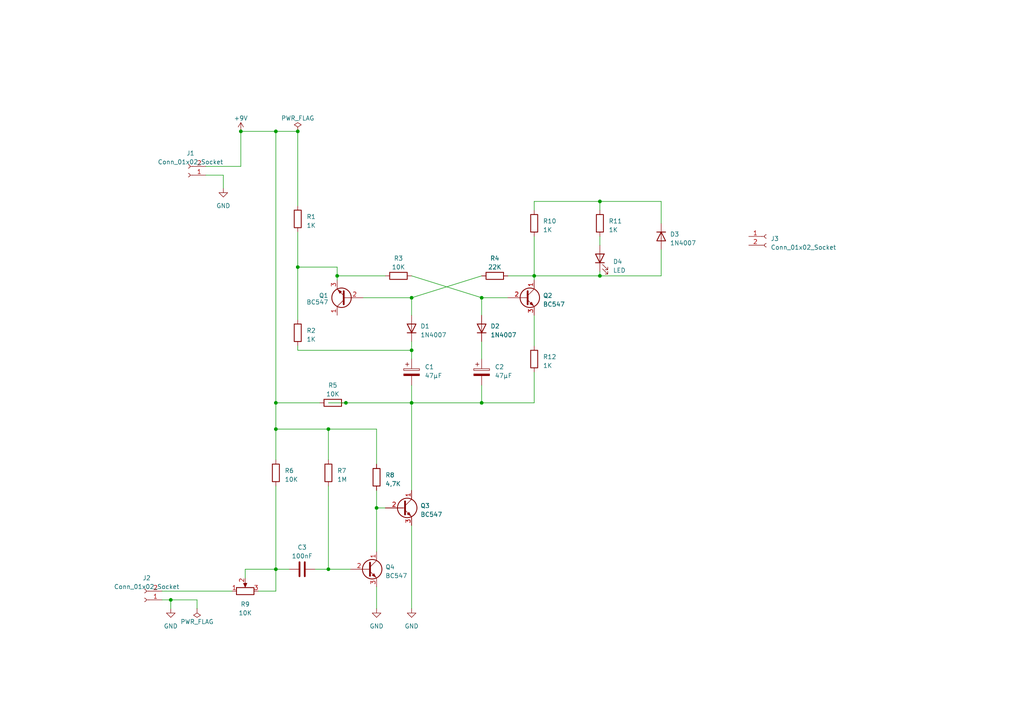
<source format=kicad_sch>
(kicad_sch (version 20230121) (generator eeschema)
  (paper "A4")
  (title_block (title "Klatschschalter") (date "2023-09-26"))
  (lib_symbols
    (symbol "Connector:Conn_01x02_Socket" (pin_names (offset 1.016) hide)
      (property "Reference" "J" (at 0 2.54 0))
      (property "Value" "Conn_01x02_Socket" (at 0 -5.08 0))
      (symbol "Conn_01x02_Socket_1_1"
        (arc (start 0 -2.032) (mid -0.5058 -2.54) (end 0 -3.048) (stroke (width 0.1524)))
        (polyline (pts (xy -1.27 -2.54) (xy -0.508 -2.54)) (stroke (width 0.1524)))
        (polyline (pts (xy -1.27 0) (xy -0.508 0)) (stroke (width 0.1524)))
        (arc (start 0 0.508) (mid -0.5058 0) (end 0 -0.508) (stroke (width 0.1524)))
        (pin passive line (at -5.08 0 0) (length 3.81) (name "Pin_1") (number "1"))
        (pin passive line (at -5.08 -2.54 0) (length 3.81) (name "Pin_2") (number "2"))
      )
    )
    (symbol "Device:C" (pin_numbers hide) (pin_names (offset 0.254))
      (property "Reference" "C" (at 0.635 2.54 0))
      (property "Value" "C" (at 0.635 -2.54 0))
      (symbol "C_0_1"
        (polyline (pts (xy -2.032 -0.762) (xy 2.032 -0.762)) (stroke (width 0.508)))
        (polyline (pts (xy -2.032 0.762) (xy 2.032 0.762)) (stroke (width 0.508)))
      )
      (symbol "C_1_1"
        (pin passive line (at 0 3.81 270) (length 2.794) (name "~") (number "1"))
        (pin passive line (at 0 -3.81 90) (length 2.794) (name "~") (number "2"))
      )
    )
    (symbol "Device:C_Polarized" (pin_numbers hide) (pin_names (offset 0.254))
      (property "Reference" "C" (at 0.635 2.54 0))
      (property "Value" "C_Polarized" (at 0.635 -2.54 0))
      (symbol "C_Polarized_0_1"
        (rectangle (start -2.286 0.508) (end 2.286 1.016))
        (polyline (pts (xy -1.778 2.286) (xy -0.762 2.286)))
        (polyline (pts (xy -1.27 2.794) (xy -1.27 1.778)))
        (rectangle (start 2.286 -0.508) (end -2.286 -1.016) (fill (type outline)))
      )
      (symbol "C_Polarized_1_1"
        (pin passive line (at 0 3.81 270) (length 2.794) (name "~") (number "1"))
        (pin passive line (at 0 -3.81 90) (length 2.794) (name "~") (number "2"))
      )
    )
    (symbol "Device:LED" (pin_numbers hide) (pin_names (offset 1.016) hide)
      (property "Reference" "D" (at 0 2.54 0))
      (property "Value" "LED" (at 0 -2.54 0))
      (symbol "LED_0_1"
        (polyline (pts (xy -1.27 -1.27) (xy -1.27 1.27)) (stroke (width 0.254)))
        (polyline (pts (xy -1.27 0) (xy 1.27 0)))
        (polyline (pts (xy 1.27 -1.27) (xy 1.27 1.27) (xy -1.27 0) (xy 1.27 -1.27)) (stroke (width 0.254)))
        (polyline (pts (xy -3.048 -0.762) (xy -4.572 -2.286) (xy -3.81 -2.286) (xy -4.572 -2.286) (xy -4.572 -1.524)))
        (polyline (pts (xy -1.778 -0.762) (xy -3.302 -2.286) (xy -2.54 -2.286) (xy -3.302 -2.286) (xy -3.302 -1.524)))
      )
      (symbol "LED_1_1"
        (pin passive line (at -3.81 0 0) (length 2.54) (name "K") (number "1"))
        (pin passive line (at 3.81 0 180) (length 2.54) (name "A") (number "2"))
      )
    )
    (symbol "Device:R" (pin_numbers hide) (pin_names (offset 0))
      (property "Reference" "R" (at 2.032 0 90))
      (property "Value" "R" (at 0 0 90))
      (symbol "R_0_1"
        (rectangle (start -1.016 -2.54) (end 1.016 2.54) (stroke (width 0.254)))
      )
      (symbol "R_1_1"
        (pin passive line (at 0 3.81 270) (length 1.27) (name "~") (number "1"))
        (pin passive line (at 0 -3.81 90) (length 1.27) (name "~") (number "2"))
      )
    )
    (symbol "Device:R_Potentiometer" (pin_names (offset 1.016) hide)
      (property "Reference" "RV" (at -4.445 0 90))
      (property "Value" "R_Potentiometer" (at -2.54 0 90))
      (symbol "R_Potentiometer_0_1"
        (polyline (pts (xy 2.54 0) (xy 1.524 0)))
        (polyline (pts (xy 1.143 0) (xy 2.286 0.508) (xy 2.286 -0.508) (xy 1.143 0)) (fill (type outline)))
        (rectangle (start 1.016 2.54) (end -1.016 -2.54) (stroke (width 0.254)))
      )
      (symbol "R_Potentiometer_1_1"
        (pin passive line (at 0 3.81 270) (length 1.27) (name "1") (number "1"))
        (pin passive line (at 3.81 0 180) (length 1.27) (name "2") (number "2"))
        (pin passive line (at 0 -3.81 90) (length 1.27) (name "3") (number "3"))
      )
    )
    (symbol "Diode:1N4007" (pin_numbers hide) (pin_names hide)
      (property "Reference" "D" (at 0 2.54 0))
      (property "Value" "1N4007" (at 0 -2.54 0))
      (symbol "1N4007_0_1"
        (polyline (pts (xy -1.27 1.27) (xy -1.27 -1.27)) (stroke (width 0.254)))
        (polyline (pts (xy 1.27 0) (xy -1.27 0)))
        (polyline (pts (xy 1.27 1.27) (xy 1.27 -1.27) (xy -1.27 0) (xy 1.27 1.27)) (stroke (width 0.254)))
      )
      (symbol "1N4007_1_1"
        (pin passive line (at -3.81 0 0) (length 2.54) (name "K") (number "1"))
        (pin passive line (at 3.81 0 180) (length 2.54) (name "A") (number "2"))
      )
    )
    (symbol "Transistor_BJT:BC547" (pin_names (offset 0) hide)
      (property "Reference" "Q" (at 5.08 1.905 0))
      (property "Value" "BC547" (at 5.08 0 0))
      (symbol "BC547_0_1"
        (polyline (pts (xy 0 0) (xy 0.635 0)))
        (polyline (pts (xy 0.635 0.635) (xy 2.54 2.54)))
        (polyline (pts (xy 0.635 -0.635) (xy 2.54 -2.54) (xy 2.54 -2.54)))
        (polyline (pts (xy 0.635 1.905) (xy 0.635 -1.905) (xy 0.635 -1.905)) (stroke (width 0.508)))
        (polyline (pts (xy 1.27 -1.778) (xy 1.778 -1.27) (xy 2.286 -2.286) (xy 1.27 -1.778) (xy 1.27 -1.778)) (fill (type outline)))
        (circle (center 1.27 0) (radius 2.8194) (stroke (width 0.254)))
      )
      (symbol "BC547_1_1"
        (pin passive line (at 2.54 5.08 270) (length 2.54) (name "C") (number "1"))
        (pin input line (at -5.08 0 0) (length 5.08) (name "B") (number "2"))
        (pin passive line (at 2.54 -5.08 90) (length 2.54) (name "E") (number "3"))
      )
    )
    (symbol "power:+9V" (power) (pin_names (offset 0))
      (property "Value" "+9V" (at 0 3.556 0))
      (symbol "+9V_0_1"
        (polyline (pts (xy -0.762 1.27) (xy 0 2.54)))
        (polyline (pts (xy 0 0) (xy 0 2.54)))
        (polyline (pts (xy 0 2.54) (xy 0.762 1.27)))
      )
      (symbol "+9V_1_1"
        (pin power_in line (at 0 0 90) (length 0) hide (name "+9V") (number "1"))
      )
    )
    (symbol "power:GND" (power) (pin_names (offset 0))
      (property "Value" "GND" (at 0 -3.81 0))
      (symbol "GND_0_1"
        (polyline (pts (xy 0 0) (xy 0 -1.27) (xy 1.27 -1.27) (xy 0 -2.54) (xy -1.27 -1.27) (xy 0 -1.27)))
      )
      (symbol "GND_1_1"
        (pin power_in line (at 0 0 270) (length 0) hide (name "GND") (number "1"))
      )
    )
    (symbol "power:PWR_FLAG" (power) (pin_numbers hide) (pin_names (offset 0) hide)
      (property "Value" "PWR_FLAG" (at 0 3.81 0))
      (symbol "PWR_FLAG_0_0"
        (pin power_out line (at 0 0 90) (length 0) (name "pwr") (number "1"))
      )
      (symbol "PWR_FLAG_0_1"
        (polyline (pts (xy 0 0) (xy 0 1.27) (xy -1.016 1.905) (xy 0 2.54) (xy 1.016 1.905) (xy 0 1.27)))
      )
    )
  )
  (junction (at 154.94 80.01))
  (junction (at 97.79 80.01))
  (junction (at 49.53 173.99))
  (junction (at 80.01 38.1))
  (junction (at 86.36 77.47))
  (junction (at 109.22 147.32))
  (junction (at 139.7 86.36))
  (junction (at 69.85 38.1))
  (junction (at 86.36 38.1))
  (junction (at 80.01 124.46))
  (junction (at 173.99 58.42))
  (junction (at 119.38 116.84))
  (junction (at 80.01 165.1))
  (junction (at 139.7 116.84))
  (junction (at 95.25 165.1))
  (junction (at 173.99 80.01))
  (junction (at 119.38 101.6))
  (junction (at 80.01 116.84))
  (junction (at 100.33 116.84))
  (junction (at 119.38 86.36))
  (junction (at 95.25 124.46))
  (wire (pts (xy 119.38 111.76) (xy 119.38 116.84)))
  (wire (pts (xy 119.38 99.06) (xy 119.38 101.6)))
  (wire (pts (xy 119.38 101.6) (xy 119.38 104.14)))
  (wire (pts (xy 80.01 116.84) (xy 92.71 116.84)))
  (wire (pts (xy 109.22 147.32) (xy 111.76 147.32)))
  (wire (pts (xy 109.22 147.32) (xy 109.22 160.02)))
  (wire (pts (xy 80.01 38.1) (xy 86.36 38.1)))
  (wire (pts (xy 46.99 171.45) (xy 67.31 171.45)))
  (wire (pts (xy 109.22 134.62) (xy 109.22 124.46)))
  (wire (pts (xy 86.36 77.47) (xy 97.79 77.47)))
  (wire (pts (xy 86.36 38.1) (xy 86.36 59.69)))
  (wire (pts (xy 173.99 58.42) (xy 173.99 60.96)))
  (wire (pts (xy 97.79 80.01) (xy 97.79 81.28)))
  (wire (pts (xy 119.38 152.4) (xy 119.38 176.53)))
  (wire (pts (xy 109.22 142.24) (xy 109.22 147.32)))
  (wire (pts (xy 80.01 140.97) (xy 80.01 165.1)))
  (wire (pts (xy 109.22 170.18) (xy 109.22 176.53)))
  (wire (pts (xy 80.01 165.1) (xy 80.01 171.45)))
  (wire (pts (xy 119.38 116.84) (xy 119.38 142.24)))
  (wire (pts (xy 57.15 173.99) (xy 49.53 173.99)))
  (wire (pts (xy 139.7 116.84) (xy 154.94 116.84)))
  (wire (pts (xy 154.94 68.58) (xy 154.94 80.01)))
  (wire (pts (xy 95.25 133.35) (xy 95.25 124.46)))
  (wire (pts (xy 97.79 80.01) (xy 97.79 77.47)))
  (wire (pts (xy 119.38 86.36) (xy 119.38 91.44)))
  (wire (pts (xy 49.53 176.53) (xy 49.53 173.99)))
  (wire (pts (xy 49.53 173.99) (xy 46.99 173.99)))
  (wire (pts (xy 139.7 116.84) (xy 139.7 111.76)))
  (wire (pts (xy 71.12 167.64) (xy 71.12 165.1)))
  (wire (pts (xy 97.79 80.01) (xy 111.76 80.01)))
  (wire (pts (xy 139.7 91.44) (xy 139.7 86.36)))
  (wire (pts (xy 86.36 77.47) (xy 86.36 92.71)))
  (wire (pts (xy 80.01 165.1) (xy 83.82 165.1)))
  (wire (pts (xy 173.99 68.58) (xy 173.99 71.12)))
  (wire (pts (xy 154.94 80.01) (xy 154.94 81.28)))
  (wire (pts (xy 154.94 80.01) (xy 173.99 80.01)))
  (wire (pts (xy 119.38 116.84) (xy 139.7 116.84)))
  (wire (pts (xy 80.01 116.84) (xy 80.01 124.46)))
  (wire (pts (xy 59.69 48.26) (xy 69.85 48.26)))
  (wire (pts (xy 57.15 176.53) (xy 57.15 173.99)))
  (wire (pts (xy 80.01 171.45) (xy 74.93 171.45)))
  (wire (pts (xy 173.99 80.01) (xy 191.77 80.01)))
  (wire (pts (xy 80.01 38.1) (xy 80.01 116.84)))
  (wire (pts (xy 95.25 124.46) (xy 109.22 124.46)))
  (wire (pts (xy 173.99 78.74) (xy 173.99 80.01)))
  (wire (pts (xy 69.85 48.26) (xy 69.85 38.1)))
  (wire (pts (xy 173.99 58.42) (xy 191.77 58.42)))
  (wire (pts (xy 69.85 38.1) (xy 80.01 38.1)))
  (wire (pts (xy 147.32 80.01) (xy 154.94 80.01)))
  (wire (pts (xy 86.36 101.6) (xy 119.38 101.6)))
  (wire (pts (xy 105.41 86.36) (xy 119.38 86.36)))
  (wire (pts (xy 119.38 80.01) (xy 139.7 86.36)))
  (wire (pts (xy 80.01 124.46) (xy 80.01 133.35)))
  (wire (pts (xy 191.77 64.77) (xy 191.77 58.42)))
  (wire (pts (xy 154.94 58.42) (xy 173.99 58.42)))
  (wire (pts (xy 86.36 100.33) (xy 86.36 101.6)))
  (wire (pts (xy 119.38 86.36) (xy 139.7 80.01)))
  (wire (pts (xy 91.44 165.1) (xy 95.25 165.1)))
  (wire (pts (xy 71.12 165.1) (xy 80.01 165.1)))
  (wire (pts (xy 80.01 124.46) (xy 95.25 124.46)))
  (wire (pts (xy 154.94 116.84) (xy 154.94 107.95)))
  (wire (pts (xy 86.36 67.31) (xy 86.36 77.47)))
  (wire (pts (xy 100.33 116.84) (xy 119.38 116.84)))
  (wire (pts (xy 154.94 60.96) (xy 154.94 58.42)))
  (wire (pts (xy 191.77 80.01) (xy 191.77 72.39)))
  (wire (pts (xy 154.94 91.44) (xy 154.94 100.33)))
  (wire (pts (xy 95.25 140.97) (xy 95.25 165.1)))
  (wire (pts (xy 95.25 165.1) (xy 101.6 165.1)))
  (wire (pts (xy 139.7 99.06) (xy 139.7 104.14)))
  (wire (pts (xy 64.77 54.61) (xy 64.77 50.8)))
  (wire (pts (xy 64.77 50.8) (xy 59.69 50.8)))
  (wire (pts (xy 139.7 86.36) (xy 147.32 86.36)))
  (wire (pts (xy 95.25 116.84) (xy 100.33 116.84)))
  (symbol (lib_id "Device:R") (at 95.25 137.16 0) (unit 1)
    (property "Reference" "R7" (at 97.79 136.525 0) (effects (justify left)))
    (property "Value" "1M" (at 97.79 139.065 0) (effects (justify left)))
    (property "Footprint" "Resistor_THT:R_Axial_DIN0207_L6.3mm_D2.5mm_P10.16mm_Horizontal" (effects hide))
  )
  (symbol (lib_id "Transistor_BJT:BC547") (at 100.33 86.36 180) (unit 1)
    (property "Reference" "Q1" (at 95.25 85.725 0) (effects (justify left)))
    (property "Value" "BC547" (at 95.25 87.63 0) (effects (justify left)))
    (property "Footprint" "Package_TO_SOT_THT:TO-92_Inline" (effects hide))
    (property "Datasheet" "https://www.onsemi.com/pub/Collateral/BC550-D.pdf" (effects hide))
  )
  (symbol (lib_id "Connector:Conn_01x02_Socket") (at 54.61 50.8 180) (unit 1)
    (property "Reference" "J1" (at 55.245 44.45 0))
    (property "Value" "Conn_01x02_Socket" (at 55.245 46.99 0))
    (property "Footprint" "Connector_JST:JST_NV_B02P-NV_1x02_P5.00mm_Vertical" (effects hide))
  )
  (symbol (lib_id "Device:R_Potentiometer") (at 71.12 171.45 90) (unit 1)
    (property "Reference" "R9" (at 71.12 175.26 90))
    (property "Value" "10K" (at 71.12 177.8 90))
    (property "Footprint" "Potentiometer_THT:Potentiometer_Piher_PT-10-V10_Vertical" (effects hide))
  )
  (symbol (lib_id "Device:R") (at 86.36 96.52 0) (unit 1)
    (property "Reference" "R2" (at 88.9 95.885 0) (effects (justify left)))
    (property "Value" "1K" (at 88.9 98.425 0) (effects (justify left)))
    (property "Footprint" "Resistor_THT:R_Axial_DIN0207_L6.3mm_D2.5mm_P10.16mm_Horizontal" (effects hide))
  )
  (symbol (lib_id "Transistor_BJT:BC547") (at 116.84 147.32 0) (unit 1)
    (property "Reference" "Q3" (at 121.92 146.685 0) (effects (justify left)))
    (property "Value" "BC547" (at 121.92 149.225 0) (effects (justify left)))
    (property "Footprint" "Package_TO_SOT_THT:TO-92_Inline" (effects hide))
    (property "Datasheet" "https://www.onsemi.com/pub/Collateral/BC550-D.pdf" (effects hide))
  )
  (symbol (lib_id "Connector:Conn_01x02_Socket") (at 222.25 68.58 0) (unit 1)
    (property "Reference" "J3" (at 223.52 69.215 0) (effects (justify left)))
    (property "Value" "Conn_01x02_Socket" (at 223.52 71.755 0) (effects (justify left)))
    (property "Footprint" "Connector_JST:JST_NV_B02P-NV_1x02_P5.00mm_Vertical" (effects hide))
  )
  (symbol (lib_id "power:GND") (at 64.77 54.61 0) (unit 1)
    (property "Reference" "#PWR04" (effects hide))
    (property "Value" "GND" (at 64.77 59.69 0))
  )
  (symbol (lib_id "Device:R") (at 109.22 138.43 0) (unit 1)
    (property "Reference" "R8" (at 111.76 137.795 0) (effects (justify left)))
    (property "Value" "4,7K" (at 111.76 140.335 0) (effects (justify left)))
    (property "Footprint" "Resistor_THT:R_Axial_DIN0207_L6.3mm_D2.5mm_P10.16mm_Horizontal" (effects hide))
  )
  (symbol (lib_id "Device:C_Polarized") (at 119.38 107.95 0) (unit 1)
    (property "Reference" "C1" (at 123.19 106.426 0) (effects (justify left)))
    (property "Value" "47µF" (at 123.19 108.966 0) (effects (justify left)))
    (property "Footprint" "Capacitor_THT:CP_Radial_Tantal_D4.5mm_P2.50mm" (effects hide))
  )
  (symbol (lib_id "Transistor_BJT:BC547") (at 106.68 165.1 0) (unit 1)
    (property "Reference" "Q4" (at 111.76 164.465 0) (effects (justify left)))
    (property "Value" "BC547" (at 111.76 167.005 0) (effects (justify left)))
    (property "Footprint" "Package_TO_SOT_THT:TO-92_Inline" (effects hide))
    (property "Datasheet" "https://www.onsemi.com/pub/Collateral/BC550-D.pdf" (effects hide))
  )
  (symbol (lib_id "Device:LED") (at 173.99 74.93 90) (unit 1)
    (property "Reference" "D4" (at 177.8 75.8825 90) (effects (justify right)))
    (property "Value" "LED" (at 177.8 78.4225 90) (effects (justify right)))
    (property "Footprint" "LED_THT:LED_D3.0mm" (effects hide))
  )
  (symbol (lib_id "power:+9V") (at 69.85 38.1 0) (unit 1)
    (property "Reference" "#PWR05" (effects hide))
    (property "Value" "+9V" (at 69.85 34.29 0))
  )
  (symbol (lib_id "Device:R") (at 143.51 80.01 90) (unit 1)
    (property "Reference" "R4" (at 143.51 74.93 90))
    (property "Value" "22K" (at 143.51 77.47 90))
    (property "Footprint" "Resistor_THT:R_Axial_DIN0207_L6.3mm_D2.5mm_P10.16mm_Horizontal" (effects hide))
  )
  (symbol (lib_id "Diode:1N4007") (at 139.7 95.25 90) (unit 1)
    (property "Reference" "D2" (at 142.24 94.615 90) (effects (justify right)))
    (property "Value" "1N4007" (at 142.24 97.155 90) (effects (justify right)))
    (property "Footprint" "Diode_THT:D_DO-41_SOD81_P10.16mm_Horizontal" (effects hide))
    (property "Datasheet" "http://www.vishay.com/docs/88503/1n4001.pdf" (effects hide))
    (property "Sim.Device" "D" (effects hide))
    (property "Sim.Pins" "1=K 2=A" (effects hide))
  )
  (symbol (lib_id "Diode:1N4007") (at 191.77 68.58 270) (unit 1)
    (property "Reference" "D3" (at 194.31 67.945 90) (effects (justify left)))
    (property "Value" "1N4007" (at 194.31 70.485 90) (effects (justify left)))
    (property "Footprint" "Diode_THT:D_DO-41_SOD81_P10.16mm_Horizontal" (effects hide))
    (property "Datasheet" "http://www.vishay.com/docs/88503/1n4001.pdf" (effects hide))
    (property "Sim.Device" "D" (effects hide))
    (property "Sim.Pins" "1=K 2=A" (effects hide))
  )
  (symbol (lib_id "Device:R") (at 154.94 64.77 0) (unit 1)
    (property "Reference" "R10" (at 157.48 64.135 0) (effects (justify left)))
    (property "Value" "1K" (at 157.48 66.675 0) (effects (justify left)))
    (property "Footprint" "Resistor_THT:R_Axial_DIN0207_L6.3mm_D2.5mm_P10.16mm_Horizontal" (effects hide))
  )
  (symbol (lib_id "power:GND") (at 119.38 176.53 0) (unit 1)
    (property "Reference" "#PWR03" (effects hide))
    (property "Value" "GND" (at 119.38 181.61 0))
  )
  (symbol (lib_id "Device:R") (at 86.36 63.5 0) (unit 1)
    (property "Reference" "R1" (at 88.9 62.865 0) (effects (justify left)))
    (property "Value" "1K" (at 88.9 65.405 0) (effects (justify left)))
    (property "Footprint" "Resistor_THT:R_Axial_DIN0207_L6.3mm_D2.5mm_P10.16mm_Horizontal" (effects hide))
  )
  (symbol (lib_id "Transistor_BJT:BC547") (at 152.4 86.36 0) (unit 1)
    (property "Reference" "Q2" (at 157.48 85.725 0) (effects (justify left)))
    (property "Value" "BC547" (at 157.48 88.265 0) (effects (justify left)))
    (property "Footprint" "Package_TO_SOT_THT:TO-92_Inline" (effects hide))
    (property "Datasheet" "https://www.onsemi.com/pub/Collateral/BC550-D.pdf" (effects hide))
  )
  (symbol (lib_id "Device:R") (at 173.99 64.77 0) (unit 1)
    (property "Reference" "R11" (at 176.53 64.135 0) (effects (justify left)))
    (property "Value" "1K" (at 176.53 66.675 0) (effects (justify left)))
    (property "Footprint" "Resistor_THT:R_Axial_DIN0207_L6.3mm_D2.5mm_P10.16mm_Horizontal" (effects hide))
  )
  (symbol (lib_id "power:PWR_FLAG") (at 57.15 176.53 180) (unit 1)
    (property "Reference" "#FLG02" (effects hide))
    (property "Value" "PWR_FLAG" (at 57.15 180.34 0))
  )
  (symbol (lib_id "Device:C_Polarized") (at 139.7 107.95 0) (unit 1)
    (property "Reference" "C2" (at 143.51 106.426 0) (effects (justify left)))
    (property "Value" "47µF" (at 143.51 108.966 0) (effects (justify left)))
    (property "Footprint" "Capacitor_THT:CP_Radial_Tantal_D4.5mm_P2.50mm" (effects hide))
  )
  (symbol (lib_id "Connector:Conn_01x02_Socket") (at 41.91 173.99 180) (unit 1)
    (property "Reference" "J2" (at 42.545 167.64 0))
    (property "Value" "Conn_01x02_Socket" (at 42.545 170.18 0))
    (property "Footprint" "Connector_JST:JST_NV_B02P-NV_1x02_P5.00mm_Vertical" (effects hide))
  )
  (symbol (lib_id "Device:C") (at 87.63 165.1 90) (unit 1)
    (property "Reference" "C3" (at 87.63 158.75 90))
    (property "Value" "100nF" (at 87.63 161.29 90))
    (property "Footprint" "Capacitor_THT:C_Disc_D7.0mm_W2.5mm_P5.00mm" (effects hide))
  )
  (symbol (lib_id "Device:R") (at 154.94 104.14 0) (unit 1)
    (property "Reference" "R12" (at 157.48 103.505 0) (effects (justify left)))
    (property "Value" "1K" (at 157.48 106.045 0) (effects (justify left)))
    (property "Footprint" "Resistor_THT:R_Axial_DIN0207_L6.3mm_D2.5mm_P10.16mm_Horizontal" (effects hide))
  )
  (symbol (lib_id "power:GND") (at 109.22 176.53 0) (unit 1)
    (property "Reference" "#PWR02" (effects hide))
    (property "Value" "GND" (at 109.22 181.61 0))
  )
  (symbol (lib_id "Device:R") (at 80.01 137.16 0) (unit 1)
    (property "Reference" "R6" (at 82.55 136.525 0) (effects (justify left)))
    (property "Value" "10K" (at 82.55 139.065 0) (effects (justify left)))
    (property "Footprint" "Resistor_THT:R_Axial_DIN0207_L6.3mm_D2.5mm_P10.16mm_Horizontal" (effects hide))
  )
  (symbol (lib_id "power:PWR_FLAG") (at 86.36 38.1 0) (unit 1)
    (property "Reference" "#FLG01" (effects hide))
    (property "Value" "PWR_FLAG" (at 86.36 34.29 0))
  )
  (symbol (lib_id "Device:R") (at 96.52 116.84 90) (unit 1)
    (property "Reference" "R5" (at 96.52 111.76 90))
    (property "Value" "10K" (at 96.52 114.3 90))
    (property "Footprint" "Resistor_THT:R_Axial_DIN0207_L6.3mm_D2.5mm_P10.16mm_Horizontal" (effects hide))
  )
  (symbol (lib_id "Device:R") (at 115.57 80.01 90) (unit 1)
    (property "Reference" "R3" (at 115.57 74.93 90))
    (property "Value" "10K" (at 115.57 77.47 90))
    (property "Footprint" "Resistor_THT:R_Axial_DIN0207_L6.3mm_D2.5mm_P10.16mm_Horizontal" (effects hide))
  )
  (symbol (lib_id "power:GND") (at 49.53 176.53 0) (unit 1)
    (property "Reference" "#PWR01" (effects hide))
    (property "Value" "GND" (at 49.53 181.61 0))
  )
  (symbol (lib_id "Diode:1N4007") (at 119.38 95.25 90) (unit 1)
    (property "Reference" "D1" (at 121.92 94.615 90) (effects (justify right)))
    (property "Value" "1N4007" (at 121.92 97.155 90) (effects (justify right)))
    (property "Footprint" "Diode_THT:D_DO-41_SOD81_P10.16mm_Horizontal" (effects hide))
    (property "Datasheet" "http://www.vishay.com/docs/88503/1n4001.pdf" (effects hide))
    (property "Sim.Device" "D" (effects hide))
    (property "Sim.Pins" "1=K 2=A" (effects hide))
  )
)
</source>
